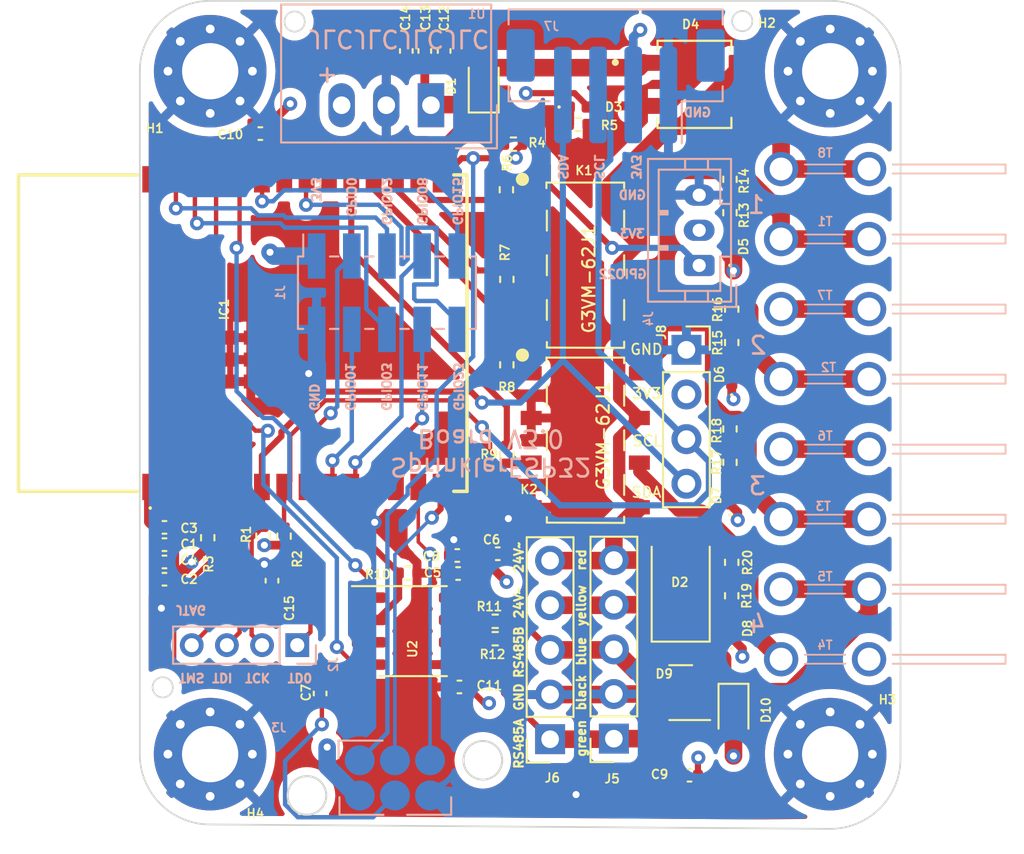
<source format=kicad_pcb>
(kicad_pcb (version 20211014) (generator pcbnew)
  (layers (0 "F.Cu" signal) (1 "In1.Cu" power "GND") (2 "In2.Cu" power "3V3") (31 "B.Cu" signal) (34 "B.Paste" user) (35 "F.Paste" user) (36 "B.SilkS" user "B.Silkscreen") (37 "F.SilkS" user "F.Silkscreen") (38 "B.Mask" user) (39 "F.Mask" user) (44 "Edge.Cuts" user))
  (net 0 "")
  (net 1 "+3V3")
  (net 2 "GND")
  (net 3 "USB DN")
  (net 4 "VCC")
  (net 5 "VPP")
  (net 6 "USB DP")
  (net 7 "RS485 A")
  (net 8 "RS485 B")
  (net 9 "moisture")
  (net 10 "Relay1")
  (net 11 "Relay2")
  (net 12 "Relay3")
  (net 13 "Relay4")
  (net 14 "SCL")
  (net 15 "SDA")
  (net 16 "GPIO10")
  (net 17 "GPIO18")
  (net 18 "Net-(K1-Pad1)")
  (net 19 "Net-(K1-Pad3)")
  (net 20 "Net-(K2-Pad1)")
  (net 21 "Chip_EN")
  (net 22 "GPIO19")
  (net 23 "GPIO20")
  (net 24 "GPIO21")
  (net 25 "Net-(D5-Pad2)")
  (net 26 "GPIO9")
  (net 27 "Net-(D3-Pad1)")
  (net 28 "Net-(D6-Pad2)")
  (net 29 "RxD")
  (net 30 "TxD")
  (net 31 "Net-(R11-Pad1)")
  (net 32 "Net-(R15-Pad1)")
  (net 33 "Net-(R17-Pad1)")
  (net 34 "Net-(R19-Pad1)")
  (net 35 "VIN_34V")
  (net 36 "Net-(D7-Pad2)")
  (net 37 "Net-(K2-Pad3)")
  (net 38 "Net-(R12-Pad1)")
  (net 39 "Net-(R13-Pad1)")
  (net 40 "LEDPOW")
  (net 41 "Net-(D8-Pad2)")
  (net 42 "Net-(D1-Pad1)")
  (net 43 "TMS")
  (net 44 "TDi")
  (net 45 "GPIO0")
  (net 46 "GPIO1")
  (net 47 "GPIO8")
  (net 48 "GPIO11")
  (net 49 "GPIO23")
  (net 51 "GPIO15")
  (net 52 "GPIO3")
  (net 53 "GPIO2")
  (footprint "Resistor_SMD:R_0402_1005Metric" (layer "F.Cu") (at 104.65 116.84 -90)
    (fp_text reference "R19")
    (fp_text value "1k")
  )
  (footprint "Capacitor_SMD:C_0402_1005Metric" (layer "F.Cu") (at 86.15 85.85 -90)
    (fp_text reference "C14")
    (fp_text value "10uF")
  )
  (footprint "Capacitor_SMD:C_0402_1005Metric" (layer "F.Cu") (at 72.4 112.95)
    (fp_text reference "C3")
    (fp_text value "100nF")
  )
  (footprint "MountingHole:MountingHole_3.2mm_M3_Pad_Via" (layer "F.Cu") (at 110.245942 125.850016)
    (fp_text reference "H3")
    (fp_text value "MountingHole_Pad")
  )
  (footprint "Capacitor_SMD:C_0402_1005Metric" (layer "F.Cu") (at 91.35 114.45 180)
    (fp_text reference "C6")
    (fp_text value "10uF")
  )
  (footprint "Capacitor_SMD:C_0402_1005Metric" (layer "F.Cu") (at 78.5134 115.9818 -90)
    (fp_text reference "C15")
    (fp_text value "100nF")
  )
  (footprint "MB10S:SOIC245P670X290-4N" (layer "F.Cu") (at 102.5325 87.75)
    (fp_text reference "D4")
    (fp_text value "MB10S")
  )
  (footprint "Capacitor_SMD:C_0402_1005Metric" (layer "F.Cu") (at 72.4 114.916666)
    (fp_text reference "C4")
    (fp_text value "10uF")
  )
  (footprint "Connector_PinSocket_2.54mm:PinSocket_1x05_P2.54mm_Vertical" (layer "F.Cu") (at 97.95 124.97 180)
    (fp_text reference "J5")
    (fp_text value "Conn_01x05_Female")
  )
  (footprint "Diode_SMD:D_SOD-323" (layer "F.Cu") (at 90.55 87.85 90)
    (fp_text reference "D1")
    (fp_text value "1N5819")
  )
  (footprint "Resistor_SMD:R_0402_1005Metric" (layer "F.Cu") (at 92.24 91.15)
    (fp_text reference "R4")
    (fp_text value "10k")
  )
  (footprint "Resistor_SMD:R_0402_1005Metric" (layer "F.Cu") (at 104.65 102.435 -90)
    (fp_text reference "R15")
    (fp_text value "1k")
  )
  (footprint "Resistor_SMD:R_0402_1005Metric" (layer "F.Cu") (at 91.203 118.2932)
    (fp_text reference "R11")
    (fp_text value "10")
  )
  (footprint "Resistor_SMD:R_0402_1005Metric" (layer "F.Cu") (at 78 113.45 -90)
    (fp_text reference "R1")
    (fp_text value "10k")
  )
  (footprint "MountingHole:MountingHole_3.2mm_M3_Pad_Via" (layer "F.Cu") (at 75 87)
    (fp_text reference "H1")
    (fp_text value "MountingHole_Pad")
  )
  (footprint "Resistor_SMD:R_0402_1005Metric" (layer "F.Cu") (at 79.2 113.45 -90)
    (fp_text reference "R2")
    (fp_text value "10k")
  )
  (footprint "LED_SMD:LED_0402_1005Metric" (layer "F.Cu") (at 104.65 104.335 90)
    (fp_text reference "D6")
    (fp_text value "LED")
  )
  (footprint "LED_SMD:LED_0402_1005Metric" (layer "F.Cu") (at 104.55 111.15 90)
    (fp_text reference "D7")
    (fp_text value "LED")
  )
  (footprint "Capacitor_SMD:C_0402_1005Metric" (layer "F.Cu") (at 88.3 85.85 -90)
    (fp_text reference "C12")
    (fp_text value "10uF")
  )
  (footprint "Resistor_SMD:R_0402_1005Metric" (layer "F.Cu") (at 104.65 100.535 -90)
    (fp_text reference "R16")
    (fp_text value "1k")
  )
  (footprint "Capacitor_SMD:C_0402_1005Metric" (layer "F.Cu") (at 89.0948 115.5754)
    (fp_text reference "C5")
    (fp_text value "10uF")
  )
  (footprint "Diode_SMD:D_SOD-323" (layer "F.Cu") (at 104.75 123.35 -90)
    (fp_text reference "D10")
    (fp_text value "1N5819")
  )
  (footprint "LED_SMD:LED_0402_1005Metric" (layer "F.Cu") (at 95.9247 89.0372)
    (fp_text reference "D3")
    (fp_text value "LED_red")
  )
  (footprint "Capacitor_SMD:C_0402_1005Metric" (layer "F.Cu") (at 72.4 115.9)
    (fp_text reference "C2")
    (fp_text value "100nF")
  )
  (footprint "Capacitor_SMD:C_0402_1005Metric" (layer "F.Cu") (at 89.05 114.55)
    (fp_text reference "C8")
    (fp_text value "10uF")
  )
  (footprint "LED_SMD:LED_0402_1005Metric" (layer "F.Cu") (at 104.65 118.75 90)
    (fp_text reference "D8")
    (fp_text value "LED")
  )
  (footprint "Connector_PinSocket_2.54mm:PinSocket_1x04_P2.54mm_Vertical" (layer "F.Cu") (at 102.0749 102.85)
    (fp_text reference "J8")
    (fp_text value "Conn_01x04_Female")
  )
  (footprint "Capacitor_SMD:C_0402_1005Metric" (layer "F.Cu") (at 77.85 90.55)
    (fp_text reference "C10")
    (fp_text value "100nF")
  )
  (footprint "Resistor_SMD:R_0402_1005Metric" (layer "F.Cu") (at 91.8644 103.704 90)
    (fp_text reference "R8")
    (fp_text value "330R")
  )
  (footprint "ESP32-C6:ESP32C6WROOM1N8" (layer "F.Cu") (at 76.85 101.9 90)
    (fp_text reference "IC1")
    (fp_text value "ESP32-C6-WROOM-1-N8" hide)
  )
  (footprint "Resistor_SMD:R_0402_1005Metric" (layer "F.Cu") (at 86.25 115.55 180)
    (fp_text reference "R10")
    (fp_text value "1k")
  )
  (footprint "Resistor_SMD:R_0402_1005Metric" (layer "F.Cu") (at 104.55 107.35 -90)
    (fp_text reference "R18")
    (fp_text value "1k")
  )
  (footprint "Capacitor_SMD:C_0402_1005Metric" (layer "F.Cu") (at 81.25 122.4 90)
    (fp_text reference "C7")
    (fp_text value "1uF")
  )
  (footprint "Resistor_SMD:R_0402_1005Metric" (layer "F.Cu") (at 91.8644 98.844 90)
    (fp_text reference "R7")
    (fp_text value "330R")
  )
  (footprint "Diode_SMD:D_SMA" (layer "F.Cu") (at 101.75 116.05 90)
    (fp_text reference "D2")
    (fp_text value "SMAJ36CA-13-F")
  )
  (footprint "Connector_PinSocket_2.54mm:PinSocket_1x05_P2.54mm_Vertical" (layer "F.Cu") (at 94.325 125 180)
    (fp_text reference "J6")
    (fp_text value "Conn_01x05_Female")
  )
  (footprint "Resistor_SMD:R_0402_1005Metric" (layer "F.Cu") (at 91.8644 108.794 90)
    (fp_text reference "R9")
    (fp_text value "330R")
  )
  (footprint "Capacitor_SMD:C_0402_1005Metric" (layer "F.Cu") (at 72.4 113.933333 180)
    (fp_text reference "C1")
    (fp_text value "10uF")
  )
  (footprint "Resistor_SMD:R_0402_1005Metric" (layer "F.Cu") (at 74.86 113.54 -90)
    (fp_text reference "R3")
    (fp_text value "10k")
  )
  (footprint "OmronRelay:G3VM-62J1" (layer "F.Cu") (at 96.325 107.9968)
    (fp_text reference "K2")
    (fp_text value "G3VM-62J1")
  )
  (footprint "Package_TO_SOT_SMD:SOT-23" (layer "F.Cu") (at 101.75 122.35 180)
    (fp_text reference "D9")
    (fp_text value "D_TVS_Dual_AAC")
  )
  (footprint "Resistor_SMD:R_0402_1005Metric" (layer "F.Cu") (at 104.55 95.05 -90)
    (fp_text reference "R13")
    (fp_text value "1k")
  )
  (footprint "OmronRelay:G3VM-62J1" (layer "F.Cu") (at 96.325 98.04)
    (fp_text reference "K1")
    (fp_text value "G3VM-62J1")
  )
  (footprint "Resistor_SMD:R_0402_1005Metric" (layer "F.Cu") (at 104.65 114.94 -90)
    (fp_text reference "R20")
    (fp_text value "1k")
  )
  (footprint "Resistor_SMD:R_0402_1005Metric" (layer "F.Cu") (at 104.55 93.15 -90)
    (fp_text reference "R14")
    (fp_text value "1k")
  )
  (footprint "Capacitor_SMD:C_0402_1005Metric" (layer "F.Cu") (at 89.171 122.027)
    (fp_text reference "C11")
    (fp_text value "100nF")
  )
  (footprint "MountingHole:MountingHole_3.2mm_M3_Pad_Via" (layer "F.Cu") (at 110.25 87)
    (fp_text reference "H2")
    (fp_text value "MountingHole_Pad")
  )
  (footprint "Resistor_SMD:R_0402_1005Metric" (layer "F.Cu") (at 91.8394 93.744 90)
    (fp_text reference "R6")
    (fp_text value "330R")
  )
  (footprint "Resistor_SMD:R_0402_1005Metric" (layer "F.Cu") (at 91.203 119.2838)
    (fp_text reference "R12")
    (fp_text value "10")
  )
  (footprint "LED_SMD:LED_0402_1005Metric" (layer "F.Cu") (at 104.55 96.95 90)
    (fp_text reference "D5")
    (fp_text value "LED")
  )
  (footprint "Resistor_SMD:R_0402_1005Metric" (layer "F.Cu") (at 104.55 109.25 -90)
    (fp_text reference "R17")
    (fp_text value "1k")
  )
  (footprint "Package_SO:SOIC-8_3.9x4.9mm_P1.27mm" (layer "F.Cu") (at 86.504 118.852)
    (fp_text reference "U2")
    (fp_text value "MAX3485")
  )
  (footprint "Capacitor_SMD:C_0402_1005Metric" (layer "F.Cu") (at 87.2 85.85 -90)
    (fp_text reference "C13")
    (fp_text value "10uF")
  )
  (footprint "Resistor_SMD:R_0402_1005Metric" (layer "F.Cu") (at 95.9213 90.0278 180)
    (fp_text reference "R5")
    (fp_text value "330R")
  )
  (footprint "MountingHole:MountingHole_3.2mm_M3_Pad_Via" (layer "F.Cu") (at 74.995942 125.849501)
    (fp_text reference "H4")
    (fp_text value "MountingHole_Pad")
  )
  (footprint "Capacitor_SMD:C_0402_1005Metric" (layer "F.Cu") (at 102.25 127.05)
    (fp_text reference "C9")
    (fp_text value "10uF")
  )
  (footprint "Connector_JST:JST_PH_B4B-PH-SM4-TB_1x04-1MP_P2.00mm_Vertical" (layer "B.Cu") (at 98.05 87.85 180)
    (fp_text reference "J7")
    (fp_text value "Conn_01x04_Female")
  )
  (footprint "725996:7259962" (layer "B.Cu") (at 113.35 116.466326)
    (fp_text reference "T5")
    (fp_text value "725996-2" hide)
  )
  (footprint "725996:7259962" (layer "B.Cu") (at 113.35 92.564288)
    (fp_text reference "T8")
    (fp_text value "725996-2" hide)
  )
  (footprint "725996:7259962" (layer "B.Cu") (at 113.35 108.49898)
    (fp_text reference "T6")
    (fp_text value "725996-2" hide)
  )
  (footprint "USB-Tag:USB-Tag_6pol" (layer "B.Cu") (at 85.5 127.2 180)
    (fp_text reference "J3")
    (fp_text value "USB-Tag")
    (fp_circle (center -5 1) (end -6.1 1) (layer "Edge.Cuts") (width 0.12) (fill none))
    (fp_circle (center 5 -1) (end 3.9 -1) (layer "Edge.Cuts") (width 0.12) (fill none))
  )
  (footprint "725996:7259962" (layer "B.Cu") (at 113.35 104.515307)
    (fp_text reference "T2")
    (fp_text value "725996-2" hide)
  )
  (footprint "725996:7259962" (layer "B.Cu") (at 113.35 112.482653)
    (fp_text reference "T3")
    (fp_text value "725996-2" hide)
  )
  (footprint "Connector_JST:JST_PH_B3B-PH-K_1x03_P2.00mm_Vertical" (layer "B.Cu") (at 102.8 98.05 90)
    (fp_text reference "J4")
    (fp_text value "Conn_01x03_Male")
  )
  (footprint "725996:7259962" (layer "B.Cu") (at 113.35 120.449999)
    (fp_text reference "T4")
    (fp_text value "725996-2" hide)
  )
  (footprint "725996:7259962" (layer "B.Cu") (at 113.35 96.547961)
    (fp_text reference "T1")
    (fp_text value "725996-2" hide)
  )
  (footprint "Connector_PinHeader_2.00mm:PinHeader_2x05_P2.00mm_Vertical_SMD" (layer "B.Cu") (at 85.05 99.6 -90)
    (fp_text reference "J1")
    (fp_text value "Conn_01x10_Female")
  )
  (footprint "725996:7259962" (layer "B.Cu") (at 113.35 100.531634)
    (fp_text reference "T7")
    (fp_text value "725996-2" hide)
  )
  (footprint "Converter_DCDC:Converter_DCDC_TRACO_TSR-1_THT" (layer "B.Cu") (at 87.5522 88.9356 180)
    (fp_text reference "U1")
    (fp_text value "TSR_1-2433")
  )
  (footprint "Connector_PinHeader_2.00mm:PinHeader_1x04_P2.00mm_Vertical" (layer "B.Cu") (at 79.95 119.65 90)
    (fp_text reference "J2")
    (fp_text value "JTAG")
  )
  (gr_circle (center 92.75 93.15) (end 93.05 93.15) (layer "F.SilkS") (width 0.15) (fill solid))
  (gr_circle (center 92.75 103.15) (end 93.05 103.15) (layer "F.SilkS") (width 0.15) (fill solid))
  (gr_arc (start 114.245942 126.100016) (mid 113.074397 128.928487) (end 110.245942 130.100016) (layer "Edge.Cuts") (width 0.1))
  (gr_arc (start 110.25 83) (mid 113.078427 84.171573) (end 114.25 87) (layer "Edge.Cuts") (width 0.1))
  (gr_line (start 75 83) (end 110.25 83) (layer "Edge.Cuts") (width 0.1))
  (gr_circle locked (center 79.8 84.176) (end 80.376 84.176) (layer "Edge.Cuts") (width 0.1) (fill none))
  (gr_arc (start 71 87) (mid 72.171573 84.171573) (end 75 83) (layer "Edge.Cuts") (width 0.1))
  (gr_circle locked (center 72.3 122.05) (end 72.876 122.05) (layer "Edge.Cuts") (width 0.1) (fill none))
  (gr_arc (start 74.995942 129.850016) (mid 72.167528 128.678434) (end 70.995942 125.850016) (layer "Edge.Cuts") (width 0.1))
  (gr_line (start 114.245942 126.100016) (end 114.25 87) (layer "Edge.Cuts") (width 0.1))
  (gr_line (start 110.245942 130.100016) (end 74.995942 129.850016) (layer "Edge.Cuts") (width 0.1))
  (gr_circle locked (center 105.25 84.15) (end 105.826 84.15) (layer "Edge.Cuts") (width 0.1) (fill none))
  (gr_line (start 71 87) (end 70.995942 125.850016) (layer "Edge.Cuts") (width 0.1))
  (gr_text "2" (at 106.15 102.6) (layer "B.SilkS") (effects (font (size 1 1)) (justify mirror)))
  (gr_text "SDA" (at 95.05 92.45 -90) (layer "B.SilkS") (effects (font (size 0.5 0.5) (thickness 0.125)) (justify mirror)))
  (gr_text "3" (at 106.1 110.6) (layer "B.SilkS") (effects (font (size 1 1)) (justify mirror)))
  (gr_text "GPIO15" (at 89.05 94.4 270) (layer "B.SilkS") (effects (font (size 0.5 0.5) (thickness 0.125)) (justify mirror)))
  (gr_text "JTAG" (at 73.9 117.65 180) (layer "B.SilkS") (effects (font (size 0.5 0.5) (thickness 0.125)) (justify mirror)))
  (gr_text "1" (at 106.05 94.6) (layer "B.SilkS") (effects (font (size 1 1)) (justify mirror)))
  (gr_text "SprinklerESP32\nBoard V3.0" (at 90.95 108.7 180) (layer "B.SilkS") (effects (font (size 1 1)) (justify mirror)))
  (gr_text "TD0" (at 80.1 121.5 180) (layer "B.SilkS") (effects (font (size 0.5 0.5) (thickness 0.125)) (justify mirror)))
  (gr_text "4" (at 106.1 118.45) (layer "B.SilkS") (effects (font (size 1 1)) (justify mirror)))
  (gr_text "GND" (at 99 94.05) (layer "B.SilkS") (effects (font (size 0.5 0.5) (thickness 0.125)) (justify mirror)))
  (gr_text "GPIO11" (at 87.05 104.95 270) (layer "B.SilkS") (effects (font (size 0.5 0.5) (thickness 0.125)) (justify mirror)))
  (gr_text "TMS" (at 73.95 121.5 180) (layer "B.SilkS") (effects (font (size 0.5 0.5) (thickness 0.125)) (justify mirror)))
  (gr_text "GND" (at 102.7 89.35) (layer "B.SilkS") (effects (font (size 0.5 0.5) (thickness 0.125)) (justify mirror)))
  (gr_text "GPIO01" (at 82.95 104.95 270) (layer "B.SilkS") (effects (font (size 0.5 0.5) (thickness 0.125)) (justify mirror)))
  (gr_text "3V3" (at 99.2 92.45 -90) (layer "B.SilkS") (effects (font (size 0.5 0.5) (thickness 0.125)) (justify mirror)))
  (gr_text "GND" (at 80.9 105.545238 270) (layer "B.SilkS") (effects (font (size 0.5 0.5) (thickness 0.125)) (justify mirror)))
  (gr_text "3V3" (at 81 93.733333 270) (layer "B.SilkS") (effects (font (size 0.5 0.5) (thickness 0.125)) (justify mirror)))
  (gr_text "GPIO22" (at 98.45 98.55) (layer "B.SilkS") (effects (font (size 0.5 0.5) (thickness 0.125)) (justify mirror)))
  (gr_text "SCL" (at 97.1 92.45 -90) (layer "B.SilkS") (effects (font (size 0.5 0.5) (thickness 0.125)) (justify mirror)))
  (gr_text "GPIO08" (at 87.0375 94.4 270) (layer "B.SilkS") (effects (font (size 0.5 0.5) (thickness 0.125)) (justify mirror)))
  (gr_text "GPIO03" (at 85 104.95 270) (layer "B.SilkS") (effects (font (size 0.5 0.5) (thickness 0.125)) (justify mirror)))
  (gr_text "JLCJLCJLCJLC" (at 85.7234 85.151 -180) (layer "B.SilkS") (effects (font (size 1 1)) (justify mirror)))
  (gr_text "TDI" (at 75.690475 121.5 180) (layer "B.SilkS") (effects (font (size 0.5 0.5) (thickness 0.125)) (justify mirror)))
  (gr_text "GPIO02" (at 85.025 94.4 270) (layer "B.SilkS") (effects (font (size 0.5 0.5) (thickness 0.125)) (justify mirror)))
  (gr_text "GPIO23" (at 89.1 104.95 270) (layer "B.SilkS") (effects (font (size 0.5 0.5) (thickness 0.125)) (justify mirror)))
  (gr_text "TCK" (at 77.692856 121.5 180) (layer "B.SilkS") (effects (font (size 0.5 0.5) (thickness 0.125)) (justify mirror)))
  (gr_text "3V3" (at 99 96.25) (layer "B.SilkS") (effects (font (size 0.5 0.5) (thickness 0.125)) (justify mirror)))
  (gr_text "+" (at 81.65 87.15) (layer "B.SilkS") (effects (font (size 1 1)) (justify mirror)))
  (gr_text "GPIO0" (at 83.0125 94.161904 270) (layer "B.SilkS") (effects (font (size 0.5 0.5) (thickness 0.125)) (justify mirror)))
  (gr_text "24V~" (at 92.55 117.25 90) (layer "F.SilkS") (effects (font (size 0.5 0.5) (thickness 0.125))))
  (gr_text "SDA" (at 99.8 110.95) (layer "F.SilkS") (effects (font (size 0.6 0.6) (thickness 0.1))))
  (gr_text "blue" (at 96.1 120 90) (layer "F.SilkS") (effects (font (size 0.5 0.5) (thickness 0.125))))
  (gr_text "GND" (at 92.55 122.6 90) (layer "F.SilkS") (effects (font (size 0.5 0.5) (thickness 0.125))))
  (gr_text "black" (at 96.1 122.35 90) (layer "F.SilkS") (effects (font (size 0.5 0.5) (thickness 0.125))))
  (gr_text "3V3" (at 99.8254 105.3366) (layer "F.SilkS") (effects (font (size 0.6 0.6) (thickness 0.1))))
  (gr_text "RS485B" (at 92.55 120.05 90) (layer "F.SilkS") (effects (font (size 0.5 0.5) (thickness 0.125))))
  (gr_text "GND" (at 99.8 102.822) (layer "F.SilkS") (effects (font (size 0.6 0.6) (thickness 0.1))))
  (gr_text "SCL" (at 99.85 108.029) (layer "F.SilkS") (effects (font (size 0.6 0.6) (thickness 0.1))))
  (gr_text "green" (at 96.1 124.95 90) (layer "F.SilkS") (effects (font (size 0.5 0.5) (thickness 0.125))))
  (gr_text "yellow" (at 96.1 117.4 90) (layer "F.SilkS") (effects (font (size 0.5 0.5) (thickness 0.125))))
  (gr_text "red" (at 96.1 114.8 90) (layer "F.SilkS") (effects (font (size 0.5 0.5) (thickness 0.125))))
  (gr_text "24V~" (at 92.55 114.65 90) (layer "F.SilkS") (effects (font (size 0.5 0.5) (thickness 0.125))))
  (gr_text "RS485A" (at 92.55 125.25 90) (layer "F.SilkS") (effects (font (size 0.5 0.5) (thickness 0.125))))
  (segment (start 78.33 90.55) (end 78.33 90.07) (width 0.5) (layer "F.Cu") (net 1))
  (segment (start 89.5748 115.5754) (end 89.5748 116.3512) (width 0.5) (layer "F.Cu") (net 1))
  (segment (start 78.5134 116.4618) (end 79.6382 116.4618) (width 0.5) (layer "F.Cu") (net 1))
  (segment (start 96.4097 89.0372) (end 96.4097 88.948273) (width 0.35) (layer "F.Cu") (net 1))
  (segment (start 96.4097 88.948273) (end 95.711427 88.25) (width 0.35) (layer "F.Cu") (net 1))
  (segment (start 72.88 113.933333) (end 72.88 112.95) (width 0.7) (layer "F.Cu") (net 1))
  (segment (start 95.711427 88.25) (end 92.95 88.25) (width 0.35) (layer "F.Cu") (net 1))
  (segment (start 72.86 112.93) (end 72.88 112.95) (width 0.7) (layer "F.Cu") (net 1))
  (segment (start 72.88 115.9) (end 72.95594 115.9) (width 0.7) (layer "F.Cu") (net 1))
  (segment (start 79.190768 114.603236) (end 79.190768 113.969232) (width 0.5) (layer "F.Cu") (net 1))
  (segment (start 78 113.96) (end 79.2 113.96) (width 0.5) (layer "F.Cu") (net 1))
  (segment (start 102.73 126.07) (end 102.75 126.05) (width 0.35) (layer "F.Cu") (net 1))
  (segment (start 72.88 115.9) (end 72.88 114.916666) (width 0.7) (layer "F.Cu") (net 1))
  (segment (start 74.86 114.05) (end 73.99203 114.91797) (width 0.5) (layer "F.Cu") (net 1))
  (segment (start 90.77 114.55) (end 90.87 114.45) (width 0.5) (layer "F.Cu") (net 1))
  (segment (start 72.88 114.916666) (end 72.88 113.933333) (width 0.7) (layer "F.Cu") (net 1))
  (segment (start 73.99203 114.91797) (end 73.93797 114.91797) (width 0.5) (layer "F.Cu") (net 1))
  (segment (start 79.95 116.15) (end 79.95 115.362468) (width 0.5) (layer "F.Cu") (net 1))
  (segment (start 90.87 115.07) (end 91.85 116.05) (width 0.5) (layer "F.Cu") (net 1))
  (segment (start 72.86 110.65) (end 72.86 112.93) (width 0.7) (layer "F.Cu") (net 1))
  (segment (start 79.6382 116.4618) (end 79.95 116.15) (width 0.5) (layer "F.Cu") (net 1))
  (segment (start 92.75 91.15) (end 92.3755 91.5245) (width 0.35) (layer "F.Cu") (net 1))
  (segment (start 90.574 122.95) (end 90.85 122.95) (width 0.35) (layer "F.Cu") (net 1))
  (segment (start 89.53 114.55) (end 90.77 114.55) (width 0.5) (layer "F.Cu") (net 1))
  (segment (start 78.33 90.07) (end 79.55 88.85) (width 0.5) (layer "F.Cu") (net 1))
  (segment (start 102.73 127.05) (end 102.73 126.07) (width 0.35) (layer "F.Cu") (net 1))
  (segment (start 89.53 114.55) (end 89.53 115.5306) (width 0.5) (layer "F.Cu") (net 1))
  (segment (start 92.3755 91.5245) (end 92.3755 91.921544) (width 0.35) (layer "F.Cu") (net 1))
  (segment (start 89.5748 116.3512) (end 88.979 116.947) (width 0.5) (layer "F.Cu") (net 1))
  (segment (start 90.87 114.45) (end 90.87 115.07) (width 0.5) (layer "F.Cu") (net 1))
  (segment (start 79.190768 113.969232) (end 79.2 113.96) (width 0.5) (layer "F.Cu") (net 1))
  (segment (start 89.651 122.027) (end 90.574 122.95) (width 0.35) (layer "F.Cu") (net 1))
  (segment (start 89.53 115.5306) (end 89.5748 115.5754) (width 0.5) (layer "F.Cu") (net 1))
  (segment (start 79.95 115.362468) (end 79.190768 114.603236) (width 0.5) (layer "F.Cu") (net 1))
  (segment (start 72.95594 115.9) (end 73.93797 114.91797) (width 0.7) (layer "F.Cu") (net 1))
  (via (at 79.55 88.85) (size 0.8) (drill 0.4) (layers "F.Cu" "B.Cu") (net 1))
  (via (at 78.4 97.3) (size 0.8) (drill 0.4) (layers "F.Cu" "B.Cu") (net 1))
  (via (at 90.85 122.95) (size 0.8) (drill 0.4) (layers "F.Cu" "B.Cu") (net 1))
  (via (at 92.95 88.25) (size 0.8) (drill 0.4) (layers "F.Cu" "B.Cu") (net 1))
  (via (at 102.75 126.05) (size 0.8) (drill 0.4) (layers "F.Cu" "B.Cu") (net 1))
  (via (at 91.85 116.05) (size 0.8) (drill 0.4) (layers "F.Cu" "B.Cu") (net 1))
  (via (at 92.3755 91.921544) (size 0.8) (drill 0.4) (layers "F.Cu" "B.Cu") (net 1))
  (via (at 81.65 125.45) (size 0.8) (drill 0.4) (layers "F.Cu" "B.Cu") (net 1))
  (via (at 78.0795 113.962299) (size 0.8) (drill 0.4) (layers "F.Cu" "B.Cu") (net 1))
  (via (at 99.45 84.65) (size 0.8) (drill 0.4) (layers "F.Cu" "B.Cu") (net 1))
  (via (at 73.93797 114.91797) (size 0.8) (drill 0.4) (layers "F.Cu" "B.Cu") (net 1))
  (segment (start 83.5 128.2) (end 83.307968 128.2) (width 1) (layer "B.Cu") (net 1))
  (segment (start 81.65 126.542032) (end 81.65 125.45) (width 1) (layer "B.Cu") (net 1))
  (segment (start 81.05 97.515) (end 78.615 97.515) (width 1) (layer "B.Cu") (net 1))
  (segment (start 99.05 88.35) (end 99.05 85.05) (width 0.5) (layer "B.Cu") (net 1))
  (segment (start 99.05 85.05) (end 99.45 84.65) (width 0.5) (layer "B.Cu") (net 1))
  (segment (start 78.615 97.515) (end 78.4 97.3) (width 1) (layer "B.Cu") (net 1))
  (segment (start 83.307968 128.2) (end 81.65 126.542032) (width 1) (layer "B.Cu") (net 1))
  (segment (start 77.31 102.155) (end 77.31 103.405) (width 0.25) (layer "F.Cu") (net 2))
  (segment (start 78.0795 115.0679) (end 78.0795 115.05) (width 0.7) (layer "F.Cu") (net 2))
  (segment (start 77.31 104.655) (end 77.31 103.405) (width 0.25) (layer "F.Cu") (net 2))
  (segment (start 88.57 114.55) (end 88.57 113.93) (width 0.5) (layer "F.Cu") (net 2))
  (segment (start 71.92 112.95) (end 71.92 113.933333) (width 0.7) (layer "F.Cu") (net 2))
  (segment (start 100.7325 122.43) (end 100.8125 122.35) (width 1) (layer "F.Cu") (net 2))
  (segment (start 86.76 114.955933) (end 84.466387 112.66232) (width 0.5) (layer "F.Cu") (net 2))
  (segment (start 71.92 117.2445) (end 72.2255 117.55) (width 0.7) (layer "F.Cu") (net 2))
  (segment (start 76.06 102.155) (end 76.06 103.405) (width 0.25) (layer "F.Cu") (net 2))
  (segment (start 78.56 103.405) (end 77.31 103.405) (width 0.25) (layer "F.Cu") (net 2))
  (segment (start 76.06 102.155) (end 77.31 102.155) (width 0.25) (layer "F.Cu") (net 2))
  (segment (start 97.95 122.43) (end 100.7325 122.43) (width 1) (layer "F.Cu") (net 2))
  (segment (start 71.92 113.933333) (end 71.92 114.916666) (width 0.7) (layer "F.Cu") (net 2))
  (segment (start 78.56 102.155) (end 77.31 102.155) (width 0.25) (layer "F.Cu") (net 2))
  (segment (start 87.2 85.37) (end 88.3 85.37) (width 0.5) (layer "F.Cu") (net 2))
  (segment (start 86.15 85.37) (end 87.2 85.37) (width 0.5) (layer "F.Cu") (net 2))
  (segment (start 78.56 102.155) (end 78.56 103.405) (width 0.25) (layer "F.Cu") (net 2))
  (segment (start 92.0784 112.9784) (end 93.25 111.8068) (width 0.5) (layer "F.Cu") (net 2))
  (segment (start 92.0784 112.9784) (end 92.0784 112.5784) (width 0.5) (layer "F.Cu") (net 2))
  (segment (start 78.56 104.655) (end 77.31 104.655) (width 0.25) (layer "F.Cu") (net 2))
  (segment (start 91.83 113.2268) (end 92.0784 112.9784) (width 0.5) (layer "F.Cu") (net 2))
  (segment (start 94.325 122.46) (end 97.92 122.46) (width 1) (layer "F.Cu") (net 2))
  (segment (start 97.92 122.46) (end 97.95 122.43) (width 1) (layer "F.Cu") (net 2))
  (segment (start 88.979 120.757) (end 88.691 121.045) (width 0.5) (layer "F.Cu") (net 2))
  (segment (start 71.59 112.62) (end 71.92 112.95) (width 0.7) (layer "F.Cu") (net 2))
  (segment (start 78.56 103.405) (end 78.56 104.655) (width 0.25) (layer "F.Cu") (net 2))
  (segment (start 91.83 114.45) (end 91.83 113.2268) (width 0.5) (layer "F.Cu") (net 2))
  (segment (start 71.59 110.65) (end 71.59 112.62) (width 0.7) (layer "F.Cu") (net 2))
  (segment (start 71.92 114.916666) (end 71.92 115.9) (width 0.7) (layer "F.Cu") (net 2))
  (segment (start 88.57 113.93) (end 88.85 113.65) (width 0.5) (layer "F.Cu") (net 2))
  (segment (start 88.691 121.045) (end 88.691 122.027) (width 0.5) (layer "F.Cu") (net 2))
  (segment (start 84.466387 112.66232) (end 84.350999 112.66232) (width 0.5) (layer "F.Cu") (net 2))
  (segment (start 76.06 103.405) (end 77.31 103.405) (width 0.25) (layer "F.Cu") (net 2))
  (segment (start 78.5134 115.5018) (end 78.0795 115.0679) (width 0.7) (layer "F.Cu") (net 2))
  (segment (start 92.0784 112.5784) (end 91.95 112.45) (width 0.5) (layer "F.Cu") (net 2))
  (segment (start 86.76 115.55) (end 86.76 114.955933) (width 0.5) (layer "F.Cu") (net 2))
  (segment (start 71.92 115.9) (end 71.92 117.2445) (width 0.7) (layer "F.Cu") (net 2))
  (segment (start 76.06 104.655) (end 77.31 104.655) (width 0.25) (layer "F.Cu") (net 2))
  (via (at 80.6 104.2) (size 0.8) (drill 0.4) (layers "F.Cu" "B.Cu") (net 2))
  (via (at 95.8 128.15) (size 0.8) (drill 0.4) (layers "F.Cu" "B.Cu") (net 2))
  (via (at 72.2255 117.55) (size 0.8) (drill 0.4) (layers "F.Cu" "B.Cu") (net 2))
  (via (at 84.350999 112.66232) (size 0.8) (drill 0.4) (layers "F.Cu" "B.Cu") (net 2))
  (via (at 78.0795 115.05) (size 0.8) (drill 0.4) (layers "F.Cu" "B.Cu") (net 2))
  (via (at 91.95 112.45) (size 0.8) (drill 0.4) (layers "F.Cu" "B.Cu") (net 2))
  (via (at 88.85 113.65) (size 0.8) (drill 0.4) (layers "F.Cu" "B.Cu") (net 2))
  (segment (start 81.05 101.685) (end 81.05 103.75) (width 1) (layer "B.Cu") (net 2))
  (segment (start 87.5 128.2) (end 88.55 128.2) (width 1) (layer "B.Cu") (net 2))
  (segment (start 89.15 128.8) (end 95.15 128.8) (width 1) (layer "B.Cu") (net 2))
  (segment (start 88.55 128.2) (end 89.15 128.8) (width 1) (layer "B.Cu") (net 2))
  (segment (start 81.05 103.75) (end 80.6 104.2) (width 1) (layer "B.Cu") (net 2))
  (segment (start 95.15 128.8) (end 95.8 128.15) (width 1) (layer "B.Cu") (net 2))
  (segment (start 86.83 113.78) (end 87.5 114.45) (width 0.2) (layer "F.Cu") (net 3))
  (segment (start 86.83 110.65) (end 86.83 113.78) (width 0.2) (layer "F.Cu") (net 3))
  (via (at 87.5 114.45) (size 0.8) (drill 0.4) (layers "F.Cu" "B.Cu") (net 3))
  (segment (start 87.5 126.2) (end 87.5 114.45) (width 0.2) (layer "B.Cu") (net 3))
  (segment (start 101.05 117.35) (end 101.75 118.05) (width 1) (layer "F.Cu") (net 4))
  (segment (start 94.325 117.38) (end 97.92 117.38) (width 1) (layer "F.Cu") (net 4))
  (segment (start 104.75 122.3) (end 107.975807 122.3) (width 1) (layer "F.Cu") (net 4))
  (segment (start 107.457 92.564288) (end 107.457 90.9995) (width 1) (layer "F.Cu") (net 4))
  (segment (start 107.457 90.9995) (end 105.4325 88.975) (width 1) (layer "F.Cu") (net 4))
  (segment (start 112.457 117.818807) (end 112.457 116.466326) (width 1) (layer "F.Cu") (net 4))
  (segment (start 97.92 117.38) (end 97.95 117.35) (width 1) (layer "F.Cu") (net 4))
  (segment (start 107.457 116.466326) (end 112.457 116.466326) (width 1) (layer "F.Cu") (net 4))
  (segment (start 107.457 92.564288) (end 112.457 92.564288) (width 1) (layer "F.Cu") (net 4))
  (segment (start 107.457 100.531634) (end 112.457 100.531634) (width 1) (layer "F.Cu") (net 4))
  (segment (start 107.457 108.49898) (end 112.457 108.49898) (width 1) (layer "F.Cu") (net 4))
  (segment (start 104.75 122.3) (end 104.126454 121.676454) (width 1) (layer "F.Cu") (net 4))
  (segment (start 97.95 117.35) (end 101.05 117.35) (width 1) (layer "F.Cu") (net 4))
  (segment (start 104.126454 121.676454) (end 104.126454 120.426454) (width 1) (layer "F.Cu") (net 4))
  (segment (start 104.126454 120.426454) (end 101.75 118.05) (width 1) (layer "F.Cu") (net 4))
  (segment (start 107.975807 122.3) (end 112.457 117.818807) (width 1) (layer "F.Cu") (net 4))
  (segment (start 97.95 113.2568) (end 99.4 111.8068) (width 1) (layer "F.Cu") (net 5))
  (segment (start 99.4 101.85) (end 98.2531 102.9969) (width 0.7) (layer "F.Cu") (net 5))
  (segment (start 99.4 106.7268) (end 98.2531 107.8737) (width 0.7) (layer "F.Cu") (net 5))
  (segment (start 101.8275 90.13) (end 101.0967 90.13) (width 1) (layer "F.Cu") (net 5))
  (segment (start 98.2531 102.9969) (end 98.2531 105.5799) (width 0.7) (layer "F.Cu") (net 5))
  (segment (start 105.4325 86.525) (end 101.8275 90.13) (width 1) (layer "F.Cu") (net 5))
  (segment (start 98.2531 107.8737) (end 98.2531 110.6599) (width 0.7) (layer "F.Cu") (net 5))
  (segment (start 99.4 96.842796) (end 98.2531 97.989696) (width 0.7) (layer "F.Cu") (net 5))
  (segment (start 101.0967 90.13) (end 97.75 93.4767) (width 1) (layer "F.Cu") (net 5))
  (segment (start 97.75 93.4767) (end 97.75 95.12) (width 1) (layer "F.Cu") (net 5))
  (segment (start 99.4 96.77) (end 99.4 96.842796) (width 0.7) (layer "F.Cu") (net 5))
  (segment (start 98.2531 100.7031) (end 99.4 101.85) (width 0.7) (layer "F.Cu") (net 5))
  (segment (start 100.99 114.81) (end 101.75 114.05) (width 1) (layer "F.Cu") (net 5))
  (segment (start 98.2531 110.6599) (end 99.4 111.8068) (width 0.7) (layer "F.Cu") (net 5))
  (segment (start 97.95 114.81) (end 97.95 113.2568) (width 1) (layer "F.Cu") (net 5))
  (segment (start 97.92 114.84) (end 97.95 114.81) (width 1) (layer "F.Cu") (net 5))
  (segment (start 98.2531 97.989696) (end 98.2531 100.7031) (width 0.7) (layer "F.Cu") (net 5))
  (segment (start 97.95 114.81) (end 100.99 114.81) (width 1) (layer "F.Cu") (net 5))
  (segment (start 94.325 114.84) (end 97.92 114.84) (width 1) (layer "F.Cu") (net 5))
  (segment (start 98.2531 105.5799) (end 99.4 106.7268) (width 0.7) (layer "F.Cu") (net 5))
  (segment (start 97.75 95.12) (end 99.4 96.77) (width 1) (layer "F.Cu") (net 5))
  (segment (start 88.1 110.65) (end 88.1 111.9) (width 0.35) (layer "F.Cu") (net 6))
  (segment (start 88.1 111.9) (end 87.6 112.4) (width 0.35) (layer "F.Cu") (net 6))
  (via (at 87.6 112.4) (size 0.8) (drill 0.4) (layers "F.Cu" "B.Cu") (net 6))
  (segment (start 85.5 126.2) (end 85.5 114.5) (width 0.2) (layer "B.Cu") (net 6))
  (segment (start 85.5 114.5) (end 87.6 112.4) (width 0.2) (layer "B.Cu") (net 6))
  (segment (start 94.325 125) (end 97.92 125) (width 1) (layer "F.Cu") (net 7))
  (segment (start 101.0175 124.97) (end 97.95 124.97) (width 1) (layer "F.Cu") (net 7))
  (segment (start 102.6875 123.3) (end 101.0175 124.97) (width 1) (layer "F.Cu") (net 7))
  (segment (start 91.713 122.388) (end 94.325 125) (width 0.35) (layer "F.Cu") (net 7))
  (segment (start 97.92 125) (end 97.95 124.97) (width 1) (layer "F.Cu") (net 7))
  (segment (start 91.713 119.2838) (end 91.713 122.388) (width 0.35) (layer "F.Cu") (net 7))
  (segment (start 102.4375 121.15) (end 99.21 121.15) (width 1) (layer "F.Cu") (net 8))
  (segment (start 102.6875 121.4) (end 102.4375 121.15) (width 1) (layer "F.Cu") (net 8))
  (segment (start 99.21 121.15) (end 97.95 119.89) (width 1) (layer "F.Cu") (net 8))
  (segment (start 91.713 118.2932) (end 92.6982 118.2932) (width 0.35) (layer "F.Cu") (net 8))
  (segment (start 92.6982 118.2932) (end 94.325 119.92) (width 0.35) (layer "F.Cu") (net 8))
  (segment (start 97.92 119.92) (end 97.95 119.89) (width 1) (layer "F.Cu") (net 8))
  (segment (start 94.325 119.92) (end 97.92 119.92) (width 1) (layer "F.Cu") (net 8))
  (segment (start 81.875 92.025) (end 81.75 92.15) (width 0.35) (layer "F.Cu") (net 9))
  (segment (start 97.85 97.05) (end 94.2 93.4) (width 0.35) (layer "F.Cu") (net 9))
  (segment (start 87.275 92.025) (end 81.875 92.025) (width 0.35) (layer "F.Cu") (net 9))
  (segment (start 94.2 93.4) (end 94.2 92.4) (width 0.35) (layer "F.Cu") (net 9))
  (segment (start 93.395 91.575) (end 93.395 90.395) (width 0.35) (layer "F.Cu") (net 9))
  (segment (start 94.07 92.25) (end 93.395 91.575) (width 0.35) (layer "F.Cu") (net 9))
  (segment (start 94.2 92.4) (end 94.07 92.25) (width 0.35) (layer "F.Cu") (net 9))
  (segment (start 81.75 92.15) (end 81.75 93.15) (width 0.35) (layer "F.Cu") (net 9))
  (segment (start 93.395 90.395) (end 88.905 90.395) (width 0.35) (layer "F.Cu") (net 9))
  (segment (start 88.905 90.395) (end 87.275 92.025) (width 0.35) (layer "F.Cu") (net 9))
  (via (at 97.85 97.05) (size 0.8) (drill 0.4) (layers "F.Cu" "B.Cu") (net 9))
  (segment (start 101.8 97.05) (end 102.8 98.05) (width 0.35) (layer "B.Cu") (net 9))
  (segment (start 97.85 97.05) (end 101.8 97.05) (width 0.35) (layer "B.Cu") (net 9))
  (segment (start 99.4 94.23) (end 100.99 92.64) (width 1) (layer "F.Cu") (net 10))
  (segment (start 104.55 92.64) (end 105.030868 92.64) (width 1) (layer "F.Cu") (net 10))
  (segment (start 107.457 96.547961) (end 112.457 96.547961) (width 1) (layer "F.Cu") (net 10))
  (segment (start 107.457 95.066132) (end 107.457 96.547961) (width 1) (layer "F.Cu") (net 10))
  (segment (start 100.99 92.64) (end 104.55 92.64) (width 1) (layer "F.Cu") (net 10))
  (segment (start 105.030868 92.64) (end 107.457 95.066132) (width 1) (layer "F.Cu") (net 10))
  (segment (start 105.67 102.728307) (end 107.457 104.515307) (width 1) (layer "F.Cu") (net 11))
  (segment (start 99.4 99.31) (end 100.115 100.025) (width 1) (layer "F.Cu") (net 11))
  (segment (start 100.115 100.025) (end 104.65 100.025) (width 1) (layer "F.Cu") (net 11))
  (segment (start 104.65 100.025) (end 105.130868 100.025) (width 1) (layer "F.Cu") (net 11))
  (segment (start 105.130868 100.025) (end 105.67 100.564132) (width 1) (layer "F.Cu") (net 11))
  (segment (start 105.67 100.564132) (end 105.67 102.728307) (width 1) (layer "F.Cu") (net 11))
  (segment (start 107.457 104.515307) (end 112.457 104.515307) (width 1) (layer "F.Cu") (net 11))
  (segment (start 104.56602 106.82398) (end 105.014848 106.82398) (width 1) (layer "F.Cu") (net 12))
  (segment (start 104.55 106.84) (end 104.56602 106.82398) (width 1) (layer "F.Cu") (net 12))
  (segment (start 105.5695 107.378632) (end 105.5695 110.595153) (width 1) (layer "F.Cu") (net 12))
  (segment (start 99.4 104.1868) (end 100.6749 102.9119) (width 0.7) (layer "F.Cu") (net 12))
  (segment (start 100.6749 101.45) (end 103.4749 101.45) (width 0.7) (layer "F.Cu") (net 12))
  (segment (start 105.014848 106.82398) (end 105.5695 107.378632) (width 1) (layer "F.Cu") (net 12))
  (segment (start 100.6749 102.9119) (end 100.6749 101.45) (width 0.7) (layer "F.Cu") (net 12))
  (segment (start 103.4749 101.45) (end 103.4749 105.7649) (width 0.7) (layer "F.Cu") (net 12))
  (segment (start 107.457 112.482653) (end 112.457 112.482653) (width 1) (layer "F.Cu") (net 12))
  (segment (start 105.5695 110.595153) (end 107.457 112.482653) (width 1) (layer "F.Cu") (net 12))
  (segment (start 103.4749 105.7649) (end 104.55 106.84) (width 0.7) (layer "F.Cu") (net 12))
  (segment (start 104.65 114.43) (end 105.130868 114.43) (width 1) (layer "F.Cu") (net 13))
  (segment (start 104.65 113.7) (end 104.65 114.43) (width 0.7) (layer "F.Cu") (net 13))
  (segment (start 105.67 118.662999) (end 107.457 120.449999) (width 1) (layer "F.Cu") (net 13))
  (segment (start 99.4 109.774999) (end 101.625001 112) (width 0.7) (layer "F.Cu") (net 13))
  (segment (start 101.625001 112) (end 102.95 112) (width 0.7) (layer "F.Cu") (net 13))
  (segment (start 102.95 112) (end 104.65 113.7) (width 0.7) (layer "F.Cu") (net 13))
  (segment (start 105.67 114.969132) (end 105.67 118.662999) (width 1) (layer "F.Cu") (net 13))
  (segment (start 99.4 109.2668) (end 99.4 109.774999) (width 0.7) (layer "F.Cu") (net 13))
  (segment (start 105.130868 114.43) (end 105.67 114.969132) (width 1) (layer "F.Cu") (net 13))
  (segment (start 79.548501 107.726901) (end 81.549902 105.7255) (width 0.25) (layer "F.Cu") (net 14))
  (segment (start 79.548501 110.311499) (end 79.548501 107.726901) (width 0.25) (layer "F.Cu") (net 14))
  (segment (start 79.2 112.94) (end 80.7 114.44) (width 0.25) (layer "F.Cu") (net 14))
  (segment (start 81.549902 105.7255) (end 88.9255 105.7255) (width 0.25) (layer "F.Cu") (net 14))
  (segment (start 79.2 110.66) (end 79.21 110.65) (width 0.25) (layer "F.Cu") (net 14))
  (segment (start 79.2 112.94) (end 79.2 110.66) (width 0.25) (layer "F.Cu") (net 14))
  (segment (start 80.7 114.44) (end 80.7 118.9) (width 0.25) (layer "F.Cu") (net 14))
  (segment (start 88.9255 105.7255) (end 90.45 107.25) (width 0.25) (layer "F.Cu") (net 14))
  (segment (start 79.21 110.65) (end 79.548501 110.311499) (width 0.25) (layer "F.Cu") (net 14))
  (segment (start 80.7 118.9) (end 79.95 119.65) (width 0.25) (layer "F.Cu") (net 14))
  (via (at 90.45 107.25) (size 0.8) (drill 0.4) (layers "F.Cu" "B.Cu") (net 14))
  (segment (start 103.35 109.2051) (end 102.0749 107.93) (width 0.35) (layer "B.Cu") (net 14))
  (segment (start 97.0755 102.9306) (end 102.0749 107.93) (width 0.35) (layer "B.Cu") (net 14))
  (segment (start 103.35 110.927312) (end 103.35 109.2051) (width 0.35) (layer "B.Cu") (net 14))
  (segment (start 94.895 111.695) (end 102.582312 111.695) (width 0.35) (layer "B.Cu") (net 14))
  (segment (start 97.747984 89.047984) (end 97.747984 92.037881) (width 0.35) (layer "B.Cu") (net 14))
  (segment (start 97.05 88.35) (end 97.747984 89.047984) (width 0.35) (layer "B.Cu") (net 14))
  (segment (start 97.0755 92.710365) (end 97.0755 102.9306) (width 0.35) (layer "B.Cu") (net 14))
  (segment (start 90.45 107.25) (end 94.895 111.695) (width 0.35) (layer "B.Cu") (net 14))
  (segment (start 102.582312 111.695) (end 103.35 110.927312) (width 0.35) (layer "B.Cu") (net 14))
  (segment (start 97.747984 92.037881) (end 97.0755 92.710365) (width 0.35) (layer "B.Cu") (net 14))
  (segment (start 81.343001 105.225999) (end 79.049 107.52) (width 0.35) (layer "F.Cu") (net 15))
  (segment (start 77.94 108.879809) (end 77.94 110.65) (width 0.35) (layer "F.Cu") (net 15))
  (segment (start 90.45 105.85) (end 89.825999 105.225999) (width 0.35) (layer "F.Cu") (net 15))
  (segment (start 77.355 119.055) (end 77.95 119.65) (width 0.25) (layer "F.Cu") (net 15))
  (segment (start 79.049 107.770809) (end 77.94 108.879809) (width 0.35) (layer "F.Cu") (net 15))
  (segment (start 78 112.94) (end 78 110.71) (width 0.25) (layer "F.Cu") (net 15))
  (segment (start 89.825999 105.225999) (end 81.343001 105.225999) (width 0.35) (layer "F.Cu") (net 15))
  (segment (start 78 110.71) (end 77.94 110.65) (width 0.25) (layer "F.Cu") (net 15))
  (segment (start 79.049 107.52) (end 79.049 107.770809) (width 0.35) (layer "F.Cu") (net 15))
  (segment (start 78 112.94) (end 77.355 113.585) (width 0.25) (layer "F.Cu") (net 15))
  (segment (start 77.355 113.585) (end 77.355 119.055) (width 0.25) (layer "F.Cu") (net 15))
  (via (at 90.45 105.85) (size 0.8) (drill 0.4) (layers "F.Cu" "B.Cu") (net 15))
  (segment (start 95.05 103.4451) (end 102.0749 110.47) (width 0.35) (layer "B.Cu") (net 15))
  (segment (start 90.45 105.85) (end 92.6451 105.85) (width 0.35) (layer "B.Cu") (net 15))
  (segment (start 92.6451 105.85) (end 95.05 103.4451) (width 0.35) (layer "B.Cu") (net 15))
  (segment (start 95.05 88.35) (end 95.05 103.4451) (width 0.35) (layer "B.Cu") (net 15))
  (segment (start 84.29 111.62801) (end 84.29 110.65) (width 0.35) (layer "F.Cu") (net 16))
  (segment (start 84.476462 118.217) (end 85.74 116.953462) (width 0.35) (layer "F.Cu") (net 16))
  (segment (start 83.576499 112.341511) (end 84.29 111.62801) (width 0.35) (layer "F.Cu") (net 16))
  (segment (start 83.576499 113.386499) (end 83.576499 112.341511) (width 0.35) (layer "F.Cu") (net 16))
  (segment (start 85.74 115.55) (end 83.576499 113.386499) (width 0.35) (layer "F.Cu") (net 16))
  (segment (start 84.029 119.487) (end 84.029 118.217) (width 0.35) (layer "F.Cu") (net 16))
  (segment (start 85.74 116.953462) (end 85.74 115.55) (width 0.35) (layer "F.Cu") (net 16))
  (segment (start 84.029 118.217) (end 84.476462 118.217) (width 0.35) (layer "F.Cu") (net 16))
  (segment (start 91.8394 93.234) (end 91.818858 93.234) (width 0.35) (layer "F.Cu") (net 17))
  (segment (start 91.818858 93.234) (end 90.727858 94.325) (width 0.35) (layer "F.Cu") (net 17))
  (segment (start 86.83 93.7) (end 86.83 93.15) (width 0.35) (layer "F.Cu") (net 17))
  (segment (start 90.727858 94.325) (end 87.455 94.325) (width 0.35) (layer "F.Cu") (net 17))
  (segment (start 87.455 94.325) (end 86.83 93.7) (width 0.35) (layer "F.Cu") (net 17))
  (segment (start 91.8394 94.254) (end 93.226 94.254) (width 0.35) (layer "F.Cu") (net 18))
  (segment (start 93.226 94.254) (end 93.25 94.23) (width 0.35) (layer "F.Cu") (net 18))
  (segment (start 93.206 99.354) (end 93.25 99.31) (width 0.35) (layer "F.Cu") (net 19))
  (segment (start 91.8644 99.354) (end 93.206 99.354) (width 0.35) (layer "F.Cu") (net 19))
  (segment (start 91.8644 104.214) (end 93.2228 104.214) (width 0.35) (layer "F.Cu") (net 20))
  (segment (start 93.2228 104.214) (end 93.25 104.1868) (width 0.35) (layer "F.Cu") (net 20))
  (segment (start 75.5045 113.6745) (end 74.86 113.03) (width 0.25) (layer "F.Cu") (net 21))
  (segment (start 72.95 116.930538) (end 75.5045 114.376038) (width 0.25) (layer "F.Cu") (net 21))
  (segment (start 81.35 122.98) (end 81.25 122.88) (width 0.25) (layer "F.Cu") (net 21))
  (segment (start 76.135786 121.25) (end 73.65 121.25) (width 0.25) (layer "F.Cu") (net 21))
  (segment (start 74.86 113.03) (end 74.13 112.3) (width 0.35) (layer "F.Cu") (net 21))
  (segment (start 81.25 122.88) (end 77.765786 122.88) (width 0.25) (layer "F.Cu") (net 21))
  (segment (start 81.35 124.15) (end 81.35 122.98) (width 0.25) (layer "F.Cu") (net 21))
  (segment (start 74.13 112.3) (end 74.13 110.65) (width 0.35) (layer "F.Cu") (net 21))
  (segment (start 73.65 121.25) (end 72.95 120.55) (width 0.25) (layer "F.Cu") (net 21))
  (segment (start 72.95 120.55) (end 72.95 116.930538) (width 0.25) (layer "F.Cu") (net 21))
  (segment (start 77.765786 122.88) (end 76.135786 121.25) (width 0.25) (layer "F.Cu") (net 21))
  (segment (start 75.5045 114.376038) (end 75.5045 113.6745) (width 0.25) (layer "F.Cu") (net 21))
  (via (at 81.35 124.15) (size 0.8) (drill 0.4) (layers "F.Cu" "B.Cu") (net 21))
  (segment (start 79.257793 128.712599) (end 79.257793 126.242207) (width 0.25) (layer "B.Cu") (net 21))
  (segment (start 79.257793 126.242207) (end 81.35 124.15) (width 0.25) (layer "B.Cu") (net 21))
  (segment (start 85.5 128.2) (end 84.261239 129.438761) (width 0.25) (layer "B.Cu") (net 21))
  (segment (start 84.261239 129.438761) (end 79.983955 129.438761) (width 0.25) (layer "B.Cu") (net 21))
  (segment (start 79.983955 129.438761) (end 79.257793 128.712599) (width 0.25) (layer "B.Cu") (net 21))
  (segment (start 90.194 98.334) (end 85.56 93.7) (width 0.35) (layer "F.Cu") (net 22))
  (segment (start 85.56 93.7) (end 85.56 93.15) (width 0.35) (layer "F.Cu") (net 22))
  (segment (start 91.8644 98.334) (end 90.194 98.334) (width 0.35) (layer "F.Cu") (net 22))
  (segment (start 91.8644 101.2744) (end 84.29 93.7) (width 0.35) (layer "F.Cu") (net 23))
  (segment (start 84.29 93.7) (end 84.29 93.15) (width 0.35) (layer "F.Cu") (net 23))
  (segment (start 91.8644 103.194) (end 91.8644 101.2744) (width 0.35) (layer "F.Cu") (net 23))
  (segment (start 91.8644 108.284) (end 91.8644 106.069091) (width 0.35) (layer "F.Cu") (net 24))
  (segment (start 83.02 97.224691) (end 83.02 93.15) (width 0.35) (layer "F.Cu") (net 24))
  (segment (start 91.8644 106.069091) (end 83.02 97.224691) (width 0.35) (layer "F.Cu") (net 24))
  (segment (start 104.55 96.465) (end 104.55 95.56) (width 0.35) (layer "F.Cu") (net 25))
  (segment (start 89.3 91.95) (end 88.1 93.15) (width 0.35) (layer "F.Cu") (net 26))
  (segment (start 89.95 91.95) (end 89.3 91.95) (width 0.35) (layer "F.Cu") (net 26))
  (segment (start 90.93 91.95) (end 91.73 91.15) (width 0.35) (layer "F.Cu") (net 26))
  (segment (start 89.95 91.95) (end 90.93 91.95) (width 0.35) (layer "F.Cu") (net 26))
  (via (at 89.95 91.95) (size 0.8) (drill 0.4) (layers "F.Cu" "B.Cu") (net 26))
  (segment (start 83.5 126.2) (end 85.075499 124.624501) (width 0.25) (layer "B.Cu") (net 26))
  (segment (start 87.875 105.3) (end 89.95 103.225) (width 0.25) (layer "B.Cu") (net 26))
  (segment (start 86.2255 110.674164) (end 87.875 109.024664) (width 0.25) (layer "B.Cu") (net 26))
  (segment (start 87.875 109.024664) (end 87.875 105.3) (width 0.25) (layer "B.Cu") (net 26))
  (segment (start 89.95 103.225) (end 89.95 91.95) (width 0.25) (layer "B.Cu") (net 26))
  (segment (start 86.2255 111.074164) (end 86.2255 110.674164) (width 0.25) (layer "B.Cu") (net 26))
  (segment (start 85.075499 112.224165) (end 86.2255 111.074164) (width 0.25) (layer "B.Cu") (net 26))
  (segment (start 85.075499 124.624501) (end 85.075499 112.224165) (width 0.25) (layer "B.Cu") (net 26))
  (segment (start 95.4397 89.9994) (end 95.4113 90.0278) (width 0.5) (layer "F.Cu") (net 27))
  (segment (start 95.4397 89.0372) (end 95.4397 89.9994) (width 0.5) (layer "F.Cu") (net 27))
  (segment (start 104.65 102.945) (end 104.65 103.85) (width 0.35) (layer "F.Cu") (net 28))
  (segment (start 84.029 116.947) (end 84.029 115.879) (width 0.25) (layer "F.Cu") (net 29))
  (segment (start 84.029 115.879) (end 83.25 115.1) (width 0.25) (layer "F.Cu") (net 29))
  (segment (start 76.67 96.88) (end 76.5 97.05) (width 0.25) (layer "F.Cu") (net 29))
  (segment (start 76.67 93.15) (end 76.67 96.88) (width 0.25) (layer "F.Cu") (net 29))
  (via (at 83.25 115.1) (size 0.8) (drill 0.4) (layers "F.Cu" "B.Cu") (net 29))
  (via (at 76.5 97.05) (size 0.8) (drill 0.4) (layers "F.Cu" "B.Cu") (net 29))
  (segment (start 78.025 106.725) (end 76.5 105.2) (width 0.25) (layer "B.Cu") (net 29))
  (segment (start 79.5 111.35) (end 79.5 107.650195) (width 0.25) (layer "B.Cu") (net 29))
  (segment (start 79.5 107.650195) (end 78.574805 106.725) (width 0.25) (layer "B.Cu") (net 29))
  (segment (start 78.574805 106.725) (end 78.025 106.725) (width 0.25) (layer "B.Cu") (net 29))
  (segment (start 83.25 115.1) (end 79.5 111.35) (width 0.25) (layer "B.Cu") (net 29))
  (segment (start 76.5 105.2) (end 76.5 97.05) (width 0.25) (layer "B.Cu") (net 29))
  (segment (start 83.207 120.757) (end 84.029 120.757) (width 0.25) (layer "F.Cu") (net 30))
  (segment (start 75.335 93.215) (end 75.335 105.2105) (width 0.25) (layer "F.Cu") (net 30))
  (segment (start 75.335 105.2105) (end 77.5745 107.45) (width 0.25) (layer "F.Cu") (net 30))
  (segment (start 75.4 93.15) (end 75.335 93.215) (width 0.25) (layer "F.Cu") (net 30))
  (segment (start 77.5745 107.45) (end 78.2745 107.45) (width 0.25) (layer "F.Cu") (net 30))
  (segment (start 82.2 119.75) (end 83.207 120.757) (width 0.25) (layer "F.Cu") (net 30))
  (via (at 78.2745 107.45) (size 0.8) (drill 0.4) (layers "F.Cu" "B.Cu") (net 30))
  (via (at 82.2 119.75) (size 0.8) (drill 0.4) (layers "F.Cu" "B.Cu") (net 30))
  (segment (start 82.2 119.75) (end 82.2 114.68569) (width 0.25) (layer "B.Cu") (net 30))
  (segment (start 78.0245 107.7) (end 78.2745 107.45) (width 0.25) (layer "B.Cu") (net 30))
  (segment (start 82.2 114.68569) (end 78.0245 110.51019) (width 0.25) (layer "B.Cu") (net 30))
  (segment (start 78.0245 110.51019) (end 78.0245 107.7) (width 0.25) (layer "B.Cu") (net 30))
  (segment (start 90.6168 118.217) (end 90.693 118.2932) (width 0.35) (layer "F.Cu") (net 31))
  (segment (start 88.979 118.217) (end 90.6168 118.217) (width 0.35) (layer "F.Cu") (net 31))
  (segment (start 104.65 101.045) (end 104.65 101.925) (width 0.35) (layer "F.Cu") (net 32))
  (segment (start 104.55 107.86) (end 104.55 108.74) (width 0.35) (layer "F.Cu") (net 33))
  (segment (start 104.65 116.33) (end 104.65 115.45) (width 0.25) (layer "F.Cu") (net 34))
  (segment (start 90.55 86.8) (end 99.3575 86.8) (width 1) (layer "F.Cu") (net 35))
  (segment (start 99.3575 86.8) (end 99.6325 86.525) (width 1) (layer "F.Cu") (net 35))
  (segment (start 104.55 109.76) (end 104.55 110.665) (width 0.35) (layer "F.Cu") (net 36))
  (segment (start 93.2128 109.304) (end 93.25 109.2668) (width 0.35) (layer "F.Cu") (net 37))
  (segment (start 91.8644 109.304) (end 93.2128 109.304) (width 0.35) (layer "F.Cu") (net 37))
  (segment (start 90.693 119.2838) (end 89.1822 119.2838) (width 0.35) (layer "F.Cu") (net 38))
  (segment (start 89.1822 119.2838) (end 88.979 119.487) (width 0.35) (layer "F.Cu") (net 38))
  (segment (start 104.55 93.66) (end 104.55 94.54) (width 0.35) (layer "F.Cu") (net 39))
  (segment (start 105.254721 119.839721) (end 105.254721 120.306039) (width 0.5) (layer "F.Cu") (net 40))
  (segment (start 104.991942 112.076942) (end 104.991942 112.530426) (width 0.5) (layer "F.Cu") (net 40))
  (segment (start 104.75 98.35) (end 104.75 97.635) (width 1) (layer "F.Cu") (net 40))
  (segment (start 104.55 111.635) (end 104.991942 112.076942) (width 0.5) (layer "F.Cu") (net 40))
  (segment (start 104.65 104.82) (end 104.65 105.55) (width 0.5) (layer "F.Cu") (net 40))
  (segment (start 104.65 119.235) (end 105.254721 119.839721) (width 0.5) (layer "F.Cu") (net 40))
  (segment (start 104.75 97.635) (end 104.5745 97.4595) (width 1) (layer "F.Cu") (net 40))
  (segment (start 104.65 105.55) (end 104.75 105.65) (width 0.5) (layer "F.Cu") (net 40))
  (segment (start 104.75 124.4) (end 104.75 125.95) (width 1) (layer "F.Cu") (net 40))
  (via (at 104.75 105.65) (size 0.8) (drill 0.4) (layers "F.Cu" "B.Cu") (net 40))
  (via (at 104.75 125.95) (size 0.8) (drill 0.4) (layers "F.Cu" "B.Cu") (net 40))
  (via (at 105.254721 120.306039) (size 0.8) (drill 0.4) (layers "F.Cu" "B.Cu") (net 40))
  (via (at 104.75 98.35) (size 0.8) (drill 0.4) (layers "F.Cu" "B.Cu") (net 40))
  (via (at 104.991942 112.530426) (size 0.8) (drill 0.4) (layers "F.Cu" "B.Cu") (net 40))
  (segment (start 104.65 117.35) (end 104.65 118.265) (width 0.25) (layer "F.Cu") (net 41))
  (segment (start 87.2 86.33) (end 88.3 86.33) (width 0.5) (layer "F.Cu") (net 42))
  (segment (start 87.2 88.5834) (end 87.5522 88.9356) (width 0.5) (layer "F.Cu") (net 42))
  (segment (start 90.55 88.9) (end 87.5878 88.9) (width 1) (layer "F.Cu") (net 42))
  (segment (start 87.5878 88.9) (end 87.5522 88.9356) (width 1) (layer "F.Cu") (net 42))
  (segment (start 87.2 86.33) (end 87.2 88.5834) (width 0.5) (layer "F.Cu") (net 42))
  (segment (start 86.15 86.33) (end 87.2 86.33) (width 0.5) (layer "F.Cu") (net 42))
  (segment (start 75.4 111.65) (end 76.149501 112.399501) (width 0.25) (layer "F.Cu") (net 43))
  (segment (start 76.149501 117.450499) (end 73.95 119.65) (width 0.25) (layer "F.Cu") (net 43))
  (segment (start 76.149501 112.399501) (end 76.149501 117.450499) (width 0.25) (layer "F.Cu") (net 43))
  (segment (start 75.4 110.65) (end 75.4 111.65) (width 0.25) (layer "F.Cu") (net 43))
  (segment (start 75.95 119.65) (end 76.67 118.93) (width 0.25) (layer "F.Cu") (net 44))
  (segment (start 76.67 118.93) (end 76.67 110.65) (width 0.25) (layer "F.Cu") (net 44))
  (segment (start 80.48 107.82) (end 81.85 106.45) (width 0.25) (layer "F.Cu") (net 45))
  (segment (start 80.48 110.65) (end 80.48 107.82) (width 0.25) (layer "F.Cu") (net 45))
  (via (at 81.85 106.45) (size 0.8) (drill 0.4) (layers "F.Cu" "B.Cu") (net 45))
  (segment (start 81.85 106.45) (end 82.225 106.075) (width 0.25) (layer "B.Cu") (net 45))
  (segment (start 82.225 106.075) (end 82.225 98.34) (width 0.25) (layer "B.Cu") (net 45))
  (segment (start 82.225 98.34) (end 83.05 97.515) (width 0.25) (layer "B.Cu") (net 45))
  (segment (start 81.95 109.15) (end 81.95 110.45) (width 0.25) (layer "F.Cu") (net 46))
  (segment (start 81.95 110.45) (end 81.75 110.65) (width 0.25) (layer "F.Cu") (net 46))
  (via (at 81.95 109.15) (size 0.8) (drill 0.4) (layers "F.Cu" "B.Cu") (net 46))
  (segment (start 83.05 108.05) (end 81.95 109.15) (width 0.25) (layer "B.Cu") (net 46))
  (segment (start 83.05 101.685) (end 83.05 108.05) (width 0.25) (layer "B.Cu") (net 46))
  (segment (start 83.25 109.25) (end 83.25 110.42) (width 0.25) (layer "F.Cu") (net 47))
  (segment (start 83.25 110.42) (end 83.02 110.65) (width 0.25) (layer "F.Cu") (net 47))
  (via (at 83.25 109.25) (size 0.8) (drill 0.4) (layers "F.Cu" "B.Cu") (net 47))
  (segment (start 87.05 97.515) (end 85.875 98.69) (width 0.25) (layer "B.Cu") (net 47))
  (segment (start 85.875 98.69) (end 85.875 106.625) (width 0.25) (layer "B.Cu") (net 47))
  (segment (start 85.875 106.625) (end 83.25 109.25) (width 0.25) (layer "B.Cu") (net 47))
  (segment (start 85.56 110.65) (end 85.56 108.24) (width 0.25) (layer "F.Cu") (net 48))
  (segment (start 85.56 108.24) (end 87.05 106.75) (width 0.25) (layer "F.Cu") (net 48))
  (via (at 87.05 106.75) (size 0.8) (drill 0.4) (layers "F.Cu" "B.Cu") (net 48))
  (segment (start 87.05 106.75) (end 87.05 101.685) (width 0.25) (layer "B.Cu") (net 48))
  (segment (start 80.45 93.18) (end 80.48 93.15) (width 0.25) (layer "F.Cu") (net 49))
  (segment (start 80.45 94.6) (end 80.45 93.18) (width 0.25) (layer "F.Cu") (net 49))
  (via (at 80.45 94.6) (size 0.8) (drill 0.4) (layers "F.Cu" "B.Cu") (net 49))
  (segment (start 86.6 99.95) (end 86.6 99.13) (width 0.25) (layer "B.Cu") (net 49))
  (segment (start 87.875 99.13) (end 87.875 95.9) (width 0.25) (layer "B.Cu") (net 49))
  (segment (start 86.72 100.07) (end 86.6 99.95) (width 0.25) (layer "B.Cu") (net 49))
  (segment (start 86.225 95.9) (end 86.225 97.703604) (width 0.25) (layer "B.Cu") (net 49))
  (segment (start 86.6 99.13) (end 87.875 99.13) (width 0.25) (layer "B.Cu") (net 49))
  (segment (start 85.963604 97.965) (end 85.875 97.965) (width 0.25) (layer "B.Cu") (net 49))
  (segment (start 87.875 100.07) (end 86.72 100.07) (width 0.25) (layer "B.Cu") (net 49))
  (segment (start 85.875 95.9) (end 84.575 94.6) (width 0.25) (layer "B.Cu") (net 49))
  (segment (start 84.575 94.6) (end 80.45 94.6) (width 0.25) (layer "B.Cu") (net 49))
  (segment (start 87.875 95.9) (end 86.225 95.9) (width 0.25) (layer "B.Cu") (net 49))
  (segment (start 86.225 97.703604) (end 85.963604 97.965) (width 0.25) (layer "B.Cu") (net 49))
  (segment (start 85.875 97.965) (end 85.875 95.9) (width 0.25) (layer "B.Cu") (net 49))
  (segment (start 89.05 101.685) (end 89.05 101.245) (width 0.25) (layer "B.Cu") (net 49))
  (segment (start 89.05 101.245) (end 87.875 100.07) (width 0.25) (layer "B.Cu") (net 49))
  (segment (start 77.95 94.4) (end 77.95 93.16) (width 0.25) (layer "F.Cu") (net 51))
  (segment (start 77.95 93.16) (end 77.94 93.15) (width 0.25) (layer "F.Cu") (net 51))
  (via (at 77.95 94.4) (size 0.8) (drill 0.4) (layers "F.Cu" "B.Cu") (net 51))
  (segment (start 79.199902 93.775002) (end 78.574904 94.4) (width 0.25) (layer "B.Cu") (net 51))
  (segment (start 89.05 97.515) (end 89.05 95.56431) (width 0.25) (layer "B.Cu") (net 51))
  (segment (start 89.05 95.56431) (end 87.260692 93.775002) (width 0.25) (layer "B.Cu") (net 51))
  (segment (start 87.260692 93.775002) (end 79.199902 93.775002) (width 0.25) (layer "B.Cu") (net 51))
  (segment (start 78.574904 94.4) (end 77.95 94.4) (width 0.25) (layer "B.Cu") (net 51))
  (segment (start 74.13 95.53) (end 74.13 93.15) (width 0.25) (layer "F.Cu") (net 52))
  (segment (start 74.25 95.65) (end 74.13 95.53) (width 0.25) (layer "F.Cu") (net 52))
  (via (at 74.25 95.65) (size 0.8) (drill 0.4) (layers "F.Cu" "B.Cu") (net 52))
  (segment (start 74.250998 95.649002) (end 74.25 95.65) (width 0.25) (layer "B.Cu") (net 52))
  (segment (start 85.05 101.685) (end 83.875 100.51) (width 0.25) (layer "B.Cu") (net 52))
  (segment (start 79.24021 95.9) (end 78.989212 95.649002) (width 0.25) (layer "B.Cu") (net 52))
  (segment (start 83.875 95.9) (end 79.24021 95.9) (width 0.25) (layer "B.Cu") (net 52))
  (segment (start 83.875 100.51) (end 83.875 95.9) (width 0.25) (layer "B.Cu") (net 52))
  (segment (start 78.989212 95.649002) (end 74.250998 95.649002) (width 0.25) (layer "B.Cu") (net 52))
  (segment (start 73.05 94.8) (end 73.05 93.34) (width 0.25) (layer "F.Cu") (net 53))
  (segment (start 73.05 93.34) (end 72.86 93.15) (width 0.25) (layer "F.Cu") (net 53))
  (via (at 73.05 94.8) (size 0.8) (drill 0.4) (layers "F.Cu" "B.Cu") (net 53))
  (segment (start 85.05 97.515) (end 85.05 95.975) (width 0.25) (layer "B.Cu") (net 53))
  (segment (start 85.05 95.975) (end 84.3995 95.3245) (width 0.25) (layer "B.Cu") (net 53))
  (segment (start 84.3995 95.3245) (end 79.3004 95.3245) (width 0.25) (layer "B.Cu") (net 53))
  (segment (start 77.724903 95.199501) (end 77.325402 94.8) (width 0.25) (layer "B.Cu") (net 53))
  (segment (start 79.3004 95.3245) (end 79.175401 95.199501) (width 0.25) (layer "B.Cu") (net 53))
  (segment (start 79.175401 95.199501) (end 77.724903 95.199501) (width 0.25) (layer "B.Cu") (net 53))
  (segment (start 77.325402 94.8) (end 73.05 94.8) (width 0.25) (layer "B.Cu") (net 53))
  (zone (net 2) (net_name "GND") (layer "F.Cu") (connect_pads (clearance 0.508)) (min_thickness 0.254) (fill yes (thermal_gap 0.508) (thermal_bridge_width 0.508))
    (polygon (pts (xy 114.522971 129.475128) (xy 71.05 129.95) (xy 70.961971 82.95) (xy 114.522971 83.05)))
  )
  (zone (net 2) (net_name "GND") (layer "B.Cu") (connect_pads (clearance 0.508)) (min_thickness 0.254) (fill yes (thermal_gap 0.508) (thermal_bridge_width 0.508))
    (polygon (pts (xy 114.55 129.45) (xy 71.05 129.95) (xy 71.0168 83.093085) (xy 114.4508 83.042285)))
  )
)
</source>
